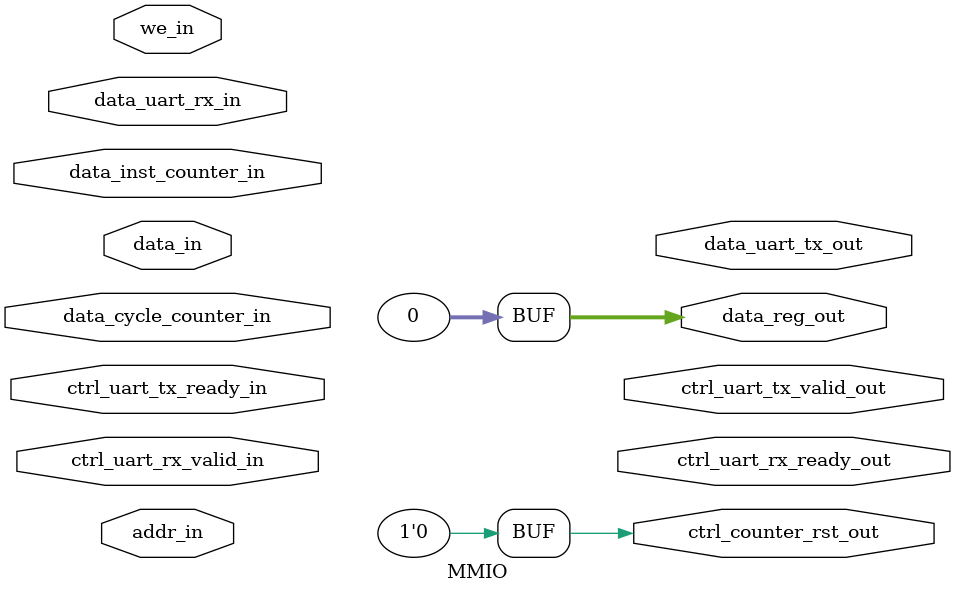
<source format=v>
module MMIO #(
  parameter AWIDTH = 32,
  parameter DWIDTH = 32
) (
  input [AWIDTH - 1:0] addr_in,
  input [DWIDTH - 1:0] data_in,
  input we_in,
  // Peripheral data in
  input [DWIDTH - 1:0] data_uart_rx_in,
  input [DWIDTH - 1:0] data_cycle_counter_in,
  input [DWIDTH - 1:0] data_inst_counter_in,
  // Peripheral data in
  input ctrl_uart_tx_ready_in,
  input ctrl_uart_rx_valid_in,

  output [DWIDTH - 1:0] data_reg_out,
  // Peripheral data out
  output [DWIDTH - 1:0] data_uart_tx_out,
  // Peripheral control out
  output ctrl_uart_tx_valid_out,
  output ctrl_uart_rx_ready_out,
  output ctrl_counter_rst_out
);

  reg [DWIDTH - 1:0] data_reg_out;
  reg ctrl_counter_rst_out;

  always @(*) begin
    if (addr == {{(AWIDTH - 32) {1'b0}}, 32'h80000010}) begin
      data_reg_out = cycle_counter_in;
    end else begin
      data_reg_out = 32'b0;
    end
  end

  always @(*) begin
    if ((addr == {{(AWIDTH - 32) {1'b0}}, 32'h80000018}) && we) begin
      ctrl_counter_rst_out = 1'b1;
    end else begin
      ctrl_counter_rst_out = 1'b0;
    end
  end


endmodule

</source>
